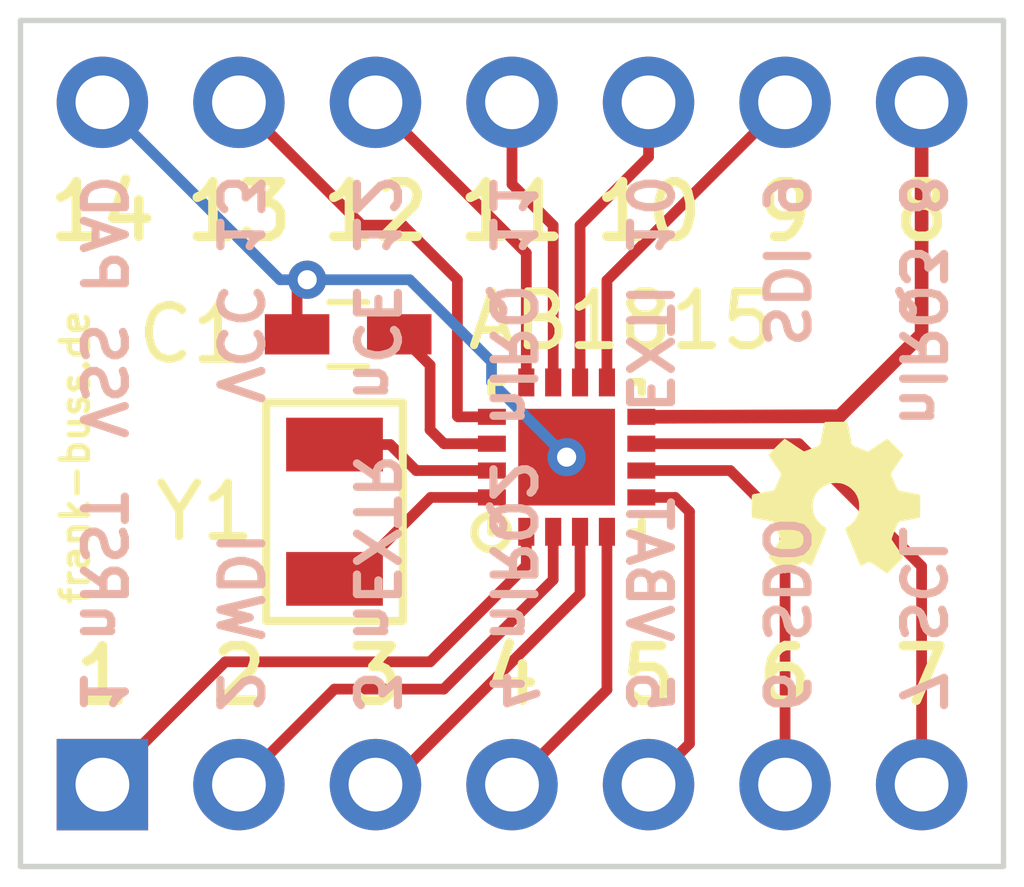
<source format=kicad_pcb>
(kicad_pcb (version 4) (host pcbnew 4.0.6)

  (general
    (links 19)
    (no_connects 0)
    (area 201.625999 150.825999 220.014001 166.674001)
    (thickness 1.6)
    (drawings 33)
    (tracks 63)
    (zones 0)
    (modules 7)
    (nets 18)
  )

  (page A3)
  (layers
    (0 F.Cu signal)
    (31 B.Cu signal)
    (32 B.Adhes user)
    (33 F.Adhes user)
    (34 B.Paste user)
    (35 F.Paste user)
    (36 B.SilkS user)
    (37 F.SilkS user)
    (38 B.Mask user)
    (39 F.Mask user)
    (40 Dwgs.User user)
    (41 Cmts.User user)
    (42 Eco1.User user)
    (43 Eco2.User user)
    (44 Edge.Cuts user)
  )

  (setup
    (last_trace_width 0.2)
    (user_trace_width 0.254)
    (trace_clearance 0.2)
    (zone_clearance 0.508)
    (zone_45_only no)
    (trace_min 0.1778)
    (segment_width 0.2)
    (edge_width 0.1)
    (via_size 0.889)
    (via_drill 0.635)
    (via_min_size 0.7112)
    (via_min_drill 0.3556)
    (user_via 0.7112 0.3556)
    (uvia_size 0.508)
    (uvia_drill 0.127)
    (uvias_allowed no)
    (uvia_min_size 0.508)
    (uvia_min_drill 0.127)
    (pcb_text_width 0.3)
    (pcb_text_size 1.5 1.5)
    (mod_edge_width 0.15)
    (mod_text_size 1 1)
    (mod_text_width 0.15)
    (pad_size 1.7 1.7)
    (pad_drill 1)
    (pad_to_mask_clearance 0)
    (aux_axis_origin 0 0)
    (visible_elements FFFFFFBF)
    (pcbplotparams
      (layerselection 0x00030_80000001)
      (usegerberextensions true)
      (excludeedgelayer true)
      (linewidth 0.150000)
      (plotframeref false)
      (viasonmask false)
      (mode 1)
      (useauxorigin false)
      (hpglpennumber 1)
      (hpglpenspeed 20)
      (hpglpendiameter 15)
      (hpglpenoverlay 2)
      (psnegative false)
      (psa4output false)
      (plotreference true)
      (plotvalue true)
      (plotinvisibletext false)
      (padsonsilk false)
      (subtractmaskfromsilk false)
      (outputformat 1)
      (mirror false)
      (drillshape 1)
      (scaleselection 1)
      (outputdirectory ""))
  )

  (net 0 "")
  (net 1 /nRST)
  (net 2 /WDI)
  (net 3 /nEXTR)
  (net 4 /PSW/nIRQ2)
  (net 5 /nCE)
  (net 6 /FOUT/nIRQ)
  (net 7 /EXTI)
  (net 8 /SDI)
  (net 9 /CLKOUT/nIRQ3)
  (net 10 /SCL)
  (net 11 /SDO)
  (net 12 /VBAT)
  (net 13 /VCC)
  (net 14 "Net-(C1-Pad1)")
  (net 15 "Net-(U1-Pad15)")
  (net 16 "Net-(U1-Pad16)")
  (net 17 GND)

  (net_class Default "This is the default net class."
    (clearance 0.2)
    (trace_width 0.2)
    (via_dia 0.889)
    (via_drill 0.635)
    (uvia_dia 0.508)
    (uvia_drill 0.127)
    (add_net /CLKOUT/nIRQ3)
    (add_net /EXTI)
    (add_net /FOUT/nIRQ)
    (add_net /PSW/nIRQ2)
    (add_net /SCL)
    (add_net /SDI)
    (add_net /SDO)
    (add_net /VBAT)
    (add_net /VCC)
    (add_net /WDI)
    (add_net /nCE)
    (add_net /nEXTR)
    (add_net /nRST)
    (add_net GND)
    (add_net "Net-(C1-Pad1)")
    (add_net "Net-(U1-Pad15)")
    (add_net "Net-(U1-Pad16)")
  )

  (module Pin_Header_Straight_1x07_Pitch2.54mm2 (layer F.Cu) (tedit 58F9855C) (tstamp 58F96AA3)
    (at 203.2 165.1 90)
    (descr "Through hole straight pin header, 1x07, 2.54mm pitch, single row")
    (tags "Through hole pin header THT 1x07 2.54mm single row")
    (path /58F96620)
    (fp_text reference J1 (at -0.254 -3.048 180) (layer F.SilkS) hide
      (effects (font (size 1 1) (thickness 0.15)))
    )
    (fp_text value CONN_01X07 (at -2.921 12.446 180) (layer F.Fab) hide
      (effects (font (size 1 1) (thickness 0.15)))
    )
    (fp_line (start -1.8 -1.8) (end -1.8 17.05) (layer F.CrtYd) (width 0.05))
    (fp_line (start -1.8 17.05) (end 1.8 17.05) (layer F.CrtYd) (width 0.05))
    (fp_line (start 1.8 17.05) (end 1.8 -1.8) (layer F.CrtYd) (width 0.05))
    (fp_line (start 1.8 -1.8) (end -1.8 -1.8) (layer F.CrtYd) (width 0.05))
    (pad 1 thru_hole rect (at 0 0 90) (size 1.7 1.7) (drill 1) (layers *.Cu *.Mask)
      (net 1 /nRST))
    (pad 2 thru_hole oval (at 0 2.54 90) (size 1.7 1.7) (drill 1) (layers *.Cu *.Mask)
      (net 2 /WDI))
    (pad 3 thru_hole oval (at 0 5.08 90) (size 1.7 1.7) (drill 1) (layers *.Cu *.Mask)
      (net 3 /nEXTR))
    (pad 4 thru_hole oval (at 0 7.62 90) (size 1.7 1.7) (drill 1) (layers *.Cu *.Mask)
      (net 4 /PSW/nIRQ2))
    (pad 5 thru_hole oval (at 0 10.16 90) (size 1.7 1.7) (drill 1) (layers *.Cu *.Mask)
      (net 12 /VBAT))
    (pad 6 thru_hole oval (at 0 12.7 90) (size 1.7 1.7) (drill 1) (layers *.Cu *.Mask)
      (net 11 /SDO))
    (pad 7 thru_hole oval (at 0 15.24 90) (size 1.7 1.7) (drill 1) (layers *.Cu *.Mask)
      (net 10 /SCL))
    (model ${KISYS3DMOD}/Pin_Headers.3dshapes/Pin_Header_Straight_1x07_Pitch2.54mm.wrl
      (at (xyz 0 -0.3 0))
      (scale (xyz 1 1 1))
      (rotate (xyz 0 0 90))
    )
  )

  (module Pin_Header_Straight_1x07_Pitch2.54mm (layer F.Cu) (tedit 58F984C3) (tstamp 58F96AAE)
    (at 203.2 152.4 90)
    (descr "Through hole straight pin header, 1x07, 2.54mm pitch, single row")
    (tags "Through hole pin header THT 1x07 2.54mm single row")
    (path /58F96967)
    (fp_text reference J2 (at 0 -3.302 180) (layer F.SilkS) hide
      (effects (font (size 1 1) (thickness 0.15)))
    )
    (fp_text value CONN_01X07 (at 2.794 12.573 180) (layer F.Fab) hide
      (effects (font (size 1 1) (thickness 0.15)))
    )
    (fp_line (start -1.8 -1.8) (end -1.8 17.05) (layer F.CrtYd) (width 0.05))
    (fp_line (start -1.8 17.05) (end 1.8 17.05) (layer F.CrtYd) (width 0.05))
    (fp_line (start 1.8 17.05) (end 1.8 -1.8) (layer F.CrtYd) (width 0.05))
    (fp_line (start 1.8 -1.8) (end -1.8 -1.8) (layer F.CrtYd) (width 0.05))
    (pad 1 thru_hole circle (at 0 0 90) (size 1.7 1.7) (drill 1) (layers *.Cu *.Mask)
      (net 17 GND))
    (pad 2 thru_hole oval (at 0 2.54 90) (size 1.7 1.7) (drill 1) (layers *.Cu *.Mask)
      (net 13 /VCC))
    (pad 3 thru_hole oval (at 0 5.08 90) (size 1.7 1.7) (drill 1) (layers *.Cu *.Mask)
      (net 5 /nCE))
    (pad 4 thru_hole oval (at 0 7.62 90) (size 1.7 1.7) (drill 1) (layers *.Cu *.Mask)
      (net 6 /FOUT/nIRQ))
    (pad 5 thru_hole oval (at 0 10.16 90) (size 1.7 1.7) (drill 1) (layers *.Cu *.Mask)
      (net 7 /EXTI))
    (pad 6 thru_hole oval (at 0 12.7 90) (size 1.7 1.7) (drill 1) (layers *.Cu *.Mask)
      (net 8 /SDI))
    (pad 7 thru_hole oval (at 0 15.24 90) (size 1.7 1.7) (drill 1) (layers *.Cu *.Mask)
      (net 9 /CLKOUT/nIRQ3))
    (model ${KISYS3DMOD}/Pin_Headers.3dshapes/Pin_Header_Straight_1x07_Pitch2.54mm.wrl
      (at (xyz 0 -0.3 0))
      (scale (xyz 1 1 1))
      (rotate (xyz 0 0 90))
    )
  )

  (module Capacitors_SMD:C_0603_HandSoldering (layer F.Cu) (tedit 58F97AC7) (tstamp 58F96A98)
    (at 207.772 156.718 180)
    (descr "Capacitor SMD 0603, hand soldering")
    (tags "capacitor 0603")
    (path /58F96539)
    (attr smd)
    (fp_text reference C1 (at 2.921 0 180) (layer F.SilkS)
      (effects (font (size 1 1) (thickness 0.15)))
    )
    (fp_text value 47pF (at -0.4445 3.8989 180) (layer F.Fab)
      (effects (font (size 1 1) (thickness 0.15)))
    )
    (fp_text user %R (at 0 -1.25 180) (layer F.Fab)
      (effects (font (size 1 1) (thickness 0.15)))
    )
    (fp_line (start -0.8 0.4) (end -0.8 -0.4) (layer F.Fab) (width 0.1))
    (fp_line (start 0.8 0.4) (end -0.8 0.4) (layer F.Fab) (width 0.1))
    (fp_line (start 0.8 -0.4) (end 0.8 0.4) (layer F.Fab) (width 0.1))
    (fp_line (start -0.8 -0.4) (end 0.8 -0.4) (layer F.Fab) (width 0.1))
    (fp_line (start -0.35 -0.6) (end 0.35 -0.6) (layer F.SilkS) (width 0.12))
    (fp_line (start 0.35 0.6) (end -0.35 0.6) (layer F.SilkS) (width 0.12))
    (fp_line (start -1.8 -0.65) (end 1.8 -0.65) (layer F.CrtYd) (width 0.05))
    (fp_line (start -1.8 -0.65) (end -1.8 0.65) (layer F.CrtYd) (width 0.05))
    (fp_line (start 1.8 0.65) (end 1.8 -0.65) (layer F.CrtYd) (width 0.05))
    (fp_line (start 1.8 0.65) (end -1.8 0.65) (layer F.CrtYd) (width 0.05))
    (pad 1 smd rect (at -0.95 0 180) (size 1.2 0.75) (layers F.Cu F.Paste F.Mask)
      (net 14 "Net-(C1-Pad1)"))
    (pad 2 smd rect (at 0.95 0 180) (size 1.2 0.75) (layers F.Cu F.Paste F.Mask)
      (net 17 GND))
    (model Capacitors_SMD.3dshapes/C_0603.wrl
      (at (xyz 0 0 0))
      (scale (xyz 1 1 1))
      (rotate (xyz 0 0 0))
    )
  )

  (module crystal:crystal (layer F.Cu) (tedit 58F97C73) (tstamp 58F96AC9)
    (at 207.518 160.02 90)
    (path /58F96103)
    (fp_text reference Y1 (at 0 -2.413 360) (layer F.SilkS)
      (effects (font (size 1 1) (thickness 0.15)))
    )
    (fp_text value Crystal (at 0 -2.032 90) (layer F.Fab) hide
      (effects (font (size 1 1) (thickness 0.15)))
    )
    (fp_line (start -2.032 -1.27) (end 2.032 -1.27) (layer F.SilkS) (width 0.15))
    (fp_line (start 2.032 -1.27) (end 2.032 1.016) (layer F.SilkS) (width 0.15))
    (fp_line (start 2.032 1.016) (end 2.032 1.27) (layer F.SilkS) (width 0.15))
    (fp_line (start 2.032 1.27) (end -2.032 1.27) (layer F.SilkS) (width 0.15))
    (fp_line (start -2.032 1.27) (end -2.032 -1.27) (layer F.SilkS) (width 0.15))
    (pad 1 smd rect (at -1.25 0 90) (size 1 1.8) (layers F.Cu F.Paste F.Mask)
      (net 16 "Net-(U1-Pad16)"))
    (pad 2 smd rect (at 1.25 0 90) (size 1 1.8) (layers F.Cu F.Paste F.Mask)
      (net 15 "Net-(U1-Pad15)"))
    (model /home/frank/data/projects/nixie-clock/ab18x5-breakout/crystal.wrl
      (at (xyz 0 0 0))
      (scale (xyz 0.393701 0.393701 0.393701))
      (rotate (xyz 0 0 0))
    )
  )

  (module qfn16:qfn16 (layer F.Cu) (tedit 58FAC4D0) (tstamp 58F97149)
    (at 211.836 159.004)
    (path /58F964D3)
    (clearance 0.1)
    (fp_text reference U1 (at 0 -2.5) (layer F.SilkS) hide
      (effects (font (size 1 1) (thickness 0.15)))
    )
    (fp_text value AB1815 (at 1.016 -2.54) (layer F.SilkS)
      (effects (font (size 1 1) (thickness 0.15)))
    )
    (fp_circle (center -1.4 1.4) (end -1.1 1.5) (layer F.SilkS) (width 0.15))
    (fp_line (start -1.2 1.4) (end -1.4 1.4) (layer F.SilkS) (width 0.15))
    (fp_line (start -1.4 1.4) (end -1.4 1.2) (layer F.SilkS) (width 0.15))
    (fp_line (start 1.4 1.2) (end 1.4 1.4) (layer F.SilkS) (width 0.15))
    (fp_line (start 1.4 1.4) (end 1.2 1.4) (layer F.SilkS) (width 0.15))
    (fp_line (start 1.2 -1.4) (end 1.4 -1.4) (layer F.SilkS) (width 0.15))
    (fp_line (start 1.4 -1.4) (end 1.4 -1.2) (layer F.SilkS) (width 0.15))
    (fp_line (start -1.4 -1.2) (end -1.4 -1.4) (layer F.SilkS) (width 0.15))
    (fp_line (start -1.4 -1.4) (end -1.2 -1.4) (layer F.SilkS) (width 0.15))
    (pad 1 smd rect (at -0.75 1.39 180) (size 0.3 0.52) (layers F.Cu F.Paste F.Mask)
      (net 1 /nRST))
    (pad 2 smd rect (at -0.25 1.39 180) (size 0.3 0.52) (layers F.Cu F.Paste F.Mask)
      (net 2 /WDI))
    (pad 3 smd rect (at 0.25 1.39 180) (size 0.3 0.52) (layers F.Cu F.Paste F.Mask)
      (net 3 /nEXTR))
    (pad 4 smd rect (at 0.75 1.39 180) (size 0.3 0.52) (layers F.Cu F.Paste F.Mask)
      (net 4 /PSW/nIRQ2))
    (pad 12 smd rect (at -0.75 -1.39 180) (size 0.3 0.52) (layers F.Cu F.Paste F.Mask)
      (net 5 /nCE))
    (pad 11 smd rect (at -0.25 -1.39 180) (size 0.3 0.52) (layers F.Cu F.Paste F.Mask)
      (net 6 /FOUT/nIRQ))
    (pad 10 smd rect (at 0.25 -1.39 180) (size 0.3 0.52) (layers F.Cu F.Paste F.Mask)
      (net 7 /EXTI))
    (pad 9 smd rect (at 0.75 -1.39 180) (size 0.3 0.52) (layers F.Cu F.Paste F.Mask)
      (net 8 /SDI))
    (pad 8 smd rect (at 1.39 -0.75 180) (size 0.52 0.3) (layers F.Cu F.Paste F.Mask)
      (net 9 /CLKOUT/nIRQ3))
    (pad 7 smd rect (at 1.39 -0.25 180) (size 0.52 0.3) (layers F.Cu F.Paste F.Mask)
      (net 10 /SCL))
    (pad 6 smd rect (at 1.39 0.25 180) (size 0.52 0.3) (layers F.Cu F.Paste F.Mask)
      (net 11 /SDO))
    (pad 5 smd rect (at 1.39 0.75 180) (size 0.52 0.3) (layers F.Cu F.Paste F.Mask)
      (net 12 /VBAT))
    (pad 13 smd rect (at -1.39 -0.75 180) (size 0.52 0.3) (layers F.Cu F.Paste F.Mask)
      (net 13 /VCC))
    (pad 14 smd rect (at -1.39 -0.25 180) (size 0.52 0.3) (layers F.Cu F.Paste F.Mask)
      (net 14 "Net-(C1-Pad1)"))
    (pad 15 smd rect (at -1.39 0.25 180) (size 0.52 0.3) (layers F.Cu F.Paste F.Mask)
      (net 15 "Net-(U1-Pad15)"))
    (pad 16 smd rect (at -1.39 0.75 180) (size 0.52 0.3) (layers F.Cu F.Paste F.Mask)
      (net 16 "Net-(U1-Pad16)"))
    (pad PAD smd rect (at 0 0 180) (size 1.8 1.8) (layers F.Cu F.Paste F.Mask)
      (net 17 GND))
    (model /home/frank/data/projects/nixie-clock/ab18x5-breakout/ab18x5-package.wrl
      (at (xyz 0 0 0))
      (scale (xyz 0.393701 0.393701 0.393701))
      (rotate (xyz 0 0 0))
    )
  )

  (module qfn16:via (layer F.Cu) (tedit 58F9818A) (tstamp 58F980CD)
    (at 211.836 159.004)
    (fp_text reference REF** (at 0 1.778) (layer F.SilkS) hide
      (effects (font (size 1 1) (thickness 0.15)))
    )
    (fp_text value via (at 0 -1.778) (layer F.Fab) hide
      (effects (font (size 1 1) (thickness 0.15)))
    )
    (pad 1 thru_hole circle (at 0 0) (size 0.7112 0.7112) (drill 0.3556) (layers *.Cu)
      (net 17 GND) (zone_connect 2))
  )

  (module ab18x5-breakout:oshw (layer F.Cu) (tedit 58FAC454) (tstamp 590A6C13)
    (at 216.916 159.766)
    (fp_text reference G*** (at 0 -2.54) (layer F.SilkS) hide
      (effects (font (thickness 0.3)))
    )
    (fp_text value LOGO (at 0.508 2.54) (layer F.SilkS) hide
      (effects (font (thickness 0.3)))
    )
    (fp_poly (pts (xy -0.031892 -1.41469) (xy 0.014042 -1.414294) (xy 0.055853 -1.413623) (xy 0.09121 -1.41268)
      (xy 0.117785 -1.411466) (xy 0.133249 -1.409983) (xy 0.135983 -1.409216) (xy 0.140436 -1.400078)
      (xy 0.146896 -1.377663) (xy 0.15514 -1.343035) (xy 0.164946 -1.297259) (xy 0.176093 -1.2414)
      (xy 0.188358 -1.176522) (xy 0.20152 -1.10369) (xy 0.211007 -1.049366) (xy 0.217622 -1.016956)
      (xy 0.225425 -0.995477) (xy 0.236546 -0.981375) (xy 0.253115 -0.971098) (xy 0.259705 -0.968127)
      (xy 0.291735 -0.954618) (xy 0.328746 -0.939386) (xy 0.368333 -0.923375) (xy 0.408094 -0.907531)
      (xy 0.445624 -0.8928) (xy 0.478521 -0.880129) (xy 0.504381 -0.870463) (xy 0.5208 -0.864748)
      (xy 0.525291 -0.863601) (xy 0.533331 -0.867557) (xy 0.551702 -0.878731) (xy 0.578802 -0.896081)
      (xy 0.613029 -0.918562) (xy 0.652779 -0.945132) (xy 0.69645 -0.974748) (xy 0.703717 -0.979715)
      (xy 0.748024 -1.00976) (xy 0.788839 -1.036918) (xy 0.824524 -1.060142) (xy 0.853446 -1.078383)
      (xy 0.873969 -1.090596) (xy 0.884457 -1.095733) (xy 0.885071 -1.095829) (xy 0.893048 -1.090859)
      (xy 0.909753 -1.076827) (xy 0.933769 -1.05505) (xy 0.963677 -1.026845) (xy 0.998061 -0.99353)
      (xy 1.035504 -0.956421) (xy 1.040479 -0.95143) (xy 1.082961 -0.908606) (xy 1.116111 -0.874749)
      (xy 1.140957 -0.84866) (xy 1.158527 -0.829141) (xy 1.169848 -0.814993) (xy 1.175948 -0.805016)
      (xy 1.177855 -0.798013) (xy 1.176597 -0.792785) (xy 1.176557 -0.792709) (xy 1.170492 -0.783043)
      (xy 1.15735 -0.763182) (xy 1.138308 -0.73487) (xy 1.114545 -0.699848) (xy 1.087239 -0.659861)
      (xy 1.059789 -0.619881) (xy 1.030619 -0.577023) (xy 1.004391 -0.537569) (xy 0.982194 -0.503232)
      (xy 0.96512 -0.475729) (xy 0.954258 -0.456773) (xy 0.950686 -0.448259) (xy 0.953472 -0.437941)
      (xy 0.961265 -0.416487) (xy 0.973216 -0.38604) (xy 0.988474 -0.348745) (xy 1.006192 -0.306745)
      (xy 1.013075 -0.290733) (xy 1.033866 -0.242375) (xy 1.050161 -0.205414) (xy 1.063652 -0.178119)
      (xy 1.076029 -0.158759) (xy 1.088985 -0.145601) (xy 1.10421 -0.136914) (xy 1.123396 -0.130966)
      (xy 1.148235 -0.126025) (xy 1.179286 -0.120565) (xy 1.213251 -0.114332) (xy 1.255727 -0.106398)
      (xy 1.300978 -0.097838) (xy 1.338412 -0.090669) (xy 1.3749 -0.083859) (xy 1.407376 -0.07822)
      (xy 1.432582 -0.074288) (xy 1.447264 -0.072599) (xy 1.44828 -0.072572) (xy 1.46607 -0.068046)
      (xy 1.479842 -0.059872) (xy 1.484383 -0.055765) (xy 1.487918 -0.05064) (xy 1.490553 -0.042813)
      (xy 1.492392 -0.030599) (xy 1.493543 -0.012314) (xy 1.494108 0.013726) (xy 1.494195 0.049206)
      (xy 1.493909 0.09581) (xy 1.493354 0.155223) (xy 1.493346 0.156028) (xy 1.491343 0.359228)
      (xy 1.455058 0.36831) (xy 1.425248 0.37515) (xy 1.391995 0.381905) (xy 1.378858 0.3843)
      (xy 1.35202 0.389041) (xy 1.317669 0.395241) (xy 1.282553 0.40168) (xy 1.277258 0.402662)
      (xy 1.238902 0.409732) (xy 1.196663 0.417438) (xy 1.159427 0.42416) (xy 1.158088 0.4244)
      (xy 1.124056 0.431999) (xy 1.099577 0.440625) (xy 1.088605 0.447756) (xy 1.082493 0.458143)
      (xy 1.072089 0.479915) (xy 1.058337 0.51092) (xy 1.04218 0.549006) (xy 1.024563 0.592022)
      (xy 1.016898 0.611187) (xy 0.997306 0.660889) (xy 0.982725 0.698977) (xy 0.972607 0.727245)
      (xy 0.966403 0.747485) (xy 0.963565 0.761492) (xy 0.963544 0.771059) (xy 0.965792 0.777979)
      (xy 0.965856 0.778101) (xy 0.972275 0.788561) (xy 0.985686 0.809111) (xy 1.004844 0.837891)
      (xy 1.028504 0.87304) (xy 1.055423 0.912697) (xy 1.075497 0.942083) (xy 1.103581 0.983236)
      (xy 1.128934 1.020674) (xy 1.150393 1.052655) (xy 1.166794 1.077441) (xy 1.176976 1.093289)
      (xy 1.179817 1.098222) (xy 1.175724 1.105379) (xy 1.162515 1.121322) (xy 1.14145 1.144689)
      (xy 1.113791 1.174122) (xy 1.0808 1.208257) (xy 1.043737 1.245736) (xy 1.035017 1.254439)
      (xy 0.991314 1.297784) (xy 0.956603 1.331742) (xy 0.929732 1.35731) (xy 0.909553 1.375486)
      (xy 0.894914 1.387268) (xy 0.884668 1.393652) (xy 0.877662 1.395637) (xy 0.873422 1.394623)
      (xy 0.863883 1.388597) (xy 0.844202 1.375542) (xy 0.816181 1.356673) (xy 0.781622 1.33321)
      (xy 0.742327 1.306368) (xy 0.71135 1.285109) (xy 0.669915 1.256935) (xy 0.631973 1.231734)
      (xy 0.599287 1.210632) (xy 0.573623 1.194753) (xy 0.556747 1.185221) (xy 0.550892 1.182914)
      (xy 0.540024 1.186268) (xy 0.519634 1.19536) (xy 0.492806 1.208735) (xy 0.467394 1.222301)
      (xy 0.434432 1.239513) (xy 0.408923 1.250979) (xy 0.392712 1.255929) (xy 0.388176 1.255418)
      (xy 0.381062 1.244929) (xy 0.372842 1.226728) (xy 0.370903 1.221473) (xy 0.36181 1.197008)
      (xy 0.352531 1.174084) (xy 0.351639 1.172028) (xy 0.346465 1.159845) (xy 0.336555 1.136161)
      (xy 0.322706 1.102894) (xy 0.305715 1.06196) (xy 0.286378 1.015277) (xy 0.265493 0.964762)
      (xy 0.261177 0.954314) (xy 0.23832 0.898989) (xy 0.215272 0.843249) (xy 0.193186 0.789879)
      (xy 0.173215 0.741665) (xy 0.156512 0.701391) (xy 0.144561 0.672636) (xy 0.126571 0.627844)
      (xy 0.114986 0.595018) (xy 0.109558 0.573222) (xy 0.11004 0.561521) (xy 0.114456 0.5588)
      (xy 0.122479 0.554731) (xy 0.138886 0.544007) (xy 0.160581 0.528851) (xy 0.184466 0.511485)
      (xy 0.207443 0.494134) (xy 0.226415 0.479018) (xy 0.230818 0.47529) (xy 0.24882 0.456873)
      (xy 0.27071 0.430391) (xy 0.293071 0.400321) (xy 0.312481 0.371137) (xy 0.319454 0.359284)
      (xy 0.34563 0.298815) (xy 0.36239 0.229529) (xy 0.368137 0.176933) (xy 0.365909 0.097239)
      (xy 0.350316 0.021644) (xy 0.322214 -0.048654) (xy 0.282461 -0.112455) (xy 0.231913 -0.168562)
      (xy 0.171426 -0.215775) (xy 0.101857 -0.252897) (xy 0.046862 -0.272633) (xy 0.005621 -0.280864)
      (xy -0.043916 -0.284935) (xy -0.09614 -0.284848) (xy -0.145442 -0.280602) (xy -0.184747 -0.272633)
      (xy -0.260178 -0.243534) (xy -0.326837 -0.203709) (xy -0.384067 -0.154464) (xy -0.431213 -0.097108)
      (xy -0.467618 -0.032947) (xy -0.492625 0.036712) (xy -0.505577 0.110562) (xy -0.505819 0.187295)
      (xy -0.492693 0.265604) (xy -0.478399 0.312057) (xy -0.458679 0.35516) (xy -0.431109 0.400255)
      (xy -0.399228 0.442248) (xy -0.366573 0.476048) (xy -0.361374 0.480469) (xy -0.33564 0.501016)
      (xy -0.309296 0.521073) (xy -0.28511 0.538648) (xy -0.26585 0.551745) (xy -0.254282 0.558371)
      (xy -0.252689 0.5588) (xy -0.247675 0.564817) (xy -0.246742 0.571768) (xy -0.249602 0.58338)
      (xy -0.258005 0.607638) (xy -0.271691 0.643883) (xy -0.290398 0.69146) (xy -0.313865 0.74971)
      (xy -0.341829 0.817977) (xy -0.37403 0.895603) (xy -0.406219 0.972457) (xy -0.425797 1.019239)
      (xy -0.445528 1.066794) (xy -0.463922 1.111498) (xy -0.479488 1.149728) (xy -0.489866 1.175657)
      (xy -0.501988 1.205563) (xy -0.512819 1.230783) (xy -0.520889 1.247973) (xy -0.523971 1.253273)
      (xy -0.531051 1.255612) (xy -0.545315 1.251927) (xy -0.568586 1.241575) (xy -0.593829 1.228636)
      (xy -0.621499 1.213744) (xy -0.644508 1.200899) (xy -0.65968 1.191897) (xy -0.663665 1.18912)
      (xy -0.672917 1.184189) (xy -0.685535 1.18448) (xy -0.703132 1.190736) (xy -0.727319 1.2037)
      (xy -0.759707 1.224114) (xy -0.801907 1.252719) (xy -0.802253 1.252958) (xy -0.851436 1.286866)
      (xy -0.897248 1.318235) (xy -0.938025 1.345942) (xy -0.972107 1.368862) (xy -0.997831 1.385873)
      (xy -1.013534 1.395851) (xy -1.014778 1.396587) (xy -1.022286 1.394233) (xy -1.037885 1.38276)
      (xy -1.061955 1.361829) (xy -1.094878 1.331101) (xy -1.137033 1.290235) (xy -1.165896 1.261722)
      (xy -1.203335 1.224353) (xy -1.237519 1.189879) (xy -1.267044 1.159746) (xy -1.290506 1.135398)
      (xy -1.306501 1.118278) (xy -1.313625 1.109832) (xy -1.313718 1.109673) (xy -1.313644 1.102657)
      (xy -1.308253 1.089475) (xy -1.296893 1.069038) (xy -1.278912 1.040256) (xy -1.253659 1.002038)
      (xy -1.220481 0.953294) (xy -1.218227 0.950016) (xy -1.189459 0.907997) (xy -1.162968 0.868941)
      (xy -1.140025 0.834756) (xy -1.121907 0.807349) (xy -1.109888 0.788627) (xy -1.105782 0.781705)
      (xy -1.102589 0.774512) (xy -1.101166 0.766565) (xy -1.102052 0.755985) (xy -1.105786 0.740893)
      (xy -1.112906 0.71941) (xy -1.123952 0.689657) (xy -1.139463 0.649757) (xy -1.154698 0.611163)
      (xy -1.172601 0.566701) (xy -1.18946 0.526261) (xy -1.204332 0.491996) (xy -1.216272 0.466061)
      (xy -1.224336 0.450608) (xy -1.226345 0.447756) (xy -1.241046 0.439028) (xy -1.267395 0.430548)
      (xy -1.295973 0.4244) (xy -1.332799 0.417756) (xy -1.375005 0.410058) (xy -1.413707 0.402928)
      (xy -1.415142 0.402662) (xy -1.449748 0.396299) (xy -1.484681 0.389977) (xy -1.513191 0.384917)
      (xy -1.516742 0.3843) (xy -1.547999 0.378326) (xy -1.5807 0.371241) (xy -1.592942 0.36831)
      (xy -1.629228 0.359228) (xy -1.631231 0.156028) (xy -1.631788 0.09645) (xy -1.632079 0.049701)
      (xy -1.631997 0.014096) (xy -1.631438 -0.012049) (xy -1.630295 -0.030417) (xy -1.628464 -0.042694)
      (xy -1.62584 -0.050565) (xy -1.622316 -0.055712) (xy -1.617788 -0.059822) (xy -1.617727 -0.059872)
      (xy -1.60016 -0.069573) (xy -1.586165 -0.072572) (xy -1.57319 -0.073909) (xy -1.54924 -0.077564)
      (xy -1.517573 -0.083) (xy -1.481445 -0.08968) (xy -1.476297 -0.090669) (xy -1.433333 -0.098878)
      (xy -1.388116 -0.107387) (xy -1.34638 -0.115124) (xy -1.317171 -0.120426) (xy -1.276636 -0.127941)
      (xy -1.247461 -0.135146) (xy -1.226721 -0.144308) (xy -1.211492 -0.157694) (xy -1.19885 -0.177571)
      (xy -1.18587 -0.206204) (xy -1.176245 -0.229658) (xy -1.159923 -0.268985) (xy -1.141991 -0.310971)
      (xy -1.125106 -0.349444) (xy -1.116374 -0.36873) (xy -1.103926 -0.397545) (xy -1.094358 -0.423152)
      (xy -1.089125 -0.4415) (xy -1.088571 -0.44609) (xy -1.092613 -0.458437) (xy -1.103651 -0.479596)
      (xy -1.120054 -0.506704) (xy -1.140189 -0.536903) (xy -1.141185 -0.538329) (xy -1.17297 -0.58393)
      (xy -1.204584 -0.629624) (xy -1.234613 -0.673334) (xy -1.261638 -0.712986) (xy -1.284245 -0.746501)
      (xy -1.301015 -0.771805) (xy -1.309036 -0.784347) (xy -1.322673 -0.806463) (xy -1.178647 -0.951146)
      (xy -1.140855 -0.988692) (xy -1.105913 -1.022614) (xy -1.07524 -1.051596) (xy -1.050257 -1.074322)
      (xy -1.032386 -1.089474) (xy -1.023046 -1.095736) (xy -1.022519 -1.095829) (xy -1.013592 -1.091851)
      (xy -0.994403 -1.080617) (xy -0.966594 -1.063179) (xy -0.931807 -1.040589) (xy -0.891681 -1.013898)
      (xy -0.847857 -0.98416) (xy -0.841377 -0.979715) (xy -0.797327 -0.949667) (xy -0.756923 -0.922507)
      (xy -0.721772 -0.899282) (xy -0.693479 -0.88104) (xy -0.67365 -0.868829) (xy -0.663889 -0.863695)
      (xy -0.663389 -0.8636) (xy -0.654419 -0.866204) (xy -0.634425 -0.873385) (xy -0.605805 -0.8842)
      (xy -0.570958 -0.897707) (xy -0.532282 -0.912961) (xy -0.492176 -0.92902) (xy -0.453038 -0.944941)
      (xy -0.417268 -0.959779) (xy -0.39759 -0.968127) (xy -0.378574 -0.978629) (xy -0.365479 -0.990051)
      (xy -0.363929 -0.992403) (xy -0.359982 -1.004362) (xy -0.354339 -1.027222) (xy -0.347783 -1.057583)
      (xy -0.341741 -1.088572) (xy -0.326611 -1.169538) (xy -0.313731 -1.237075) (xy -0.302913 -1.292066)
      (xy -0.293968 -1.33539) (xy -0.286709 -1.367927) (xy -0.280948 -1.390558) (xy -0.276496 -1.404163)
      (xy -0.273222 -1.409589) (xy -0.263646 -1.411176) (xy -0.241887 -1.412474) (xy -0.210276 -1.413484)
      (xy -0.171141 -1.414208) (xy -0.126813 -1.414649) (xy -0.07962 -1.414809) (xy -0.031892 -1.41469)) (layer F.SilkS) (width 0.01))
  )

  (gr_text frank-buss.de (at 202.692 159.004 90) (layer F.SilkS)
    (effects (font (size 0.508 0.508) (thickness 0.1016)))
  )
  (gr_text "VSS PAD" (at 203.2 153.67 270) (layer B.SilkS)
    (effects (font (size 0.762 0.762) (thickness 0.1524)) (justify right mirror))
  )
  (gr_text "VCC 13" (at 205.74 153.67 270) (layer B.SilkS)
    (effects (font (size 0.762 0.762) (thickness 0.1524)) (justify right mirror))
  )
  (gr_text "nCE 12" (at 208.28 153.67 270) (layer B.SilkS)
    (effects (font (size 0.762 0.762) (thickness 0.1524)) (justify right mirror))
  )
  (gr_text "nIRQ 11" (at 210.82 153.67 270) (layer B.SilkS)
    (effects (font (size 0.762 0.762) (thickness 0.1524)) (justify right mirror))
  )
  (gr_text "EXTI 10" (at 213.36 153.67 270) (layer B.SilkS)
    (effects (font (size 0.762 0.762) (thickness 0.1524)) (justify right mirror))
  )
  (gr_text "SDI 9" (at 215.9 153.67 270) (layer B.SilkS)
    (effects (font (size 0.762 0.762) (thickness 0.1524)) (justify right mirror))
  )
  (gr_text "nIRQ3 8" (at 218.44 153.67 270) (layer B.SilkS)
    (effects (font (size 0.762 0.762) (thickness 0.1524)) (justify right mirror))
  )
  (gr_text "7 SCL" (at 218.44 163.83 270) (layer B.SilkS)
    (effects (font (size 0.762 0.762) (thickness 0.1524)) (justify left mirror))
  )
  (gr_text "6 SDO" (at 215.9 163.83 270) (layer B.SilkS)
    (effects (font (size 0.762 0.762) (thickness 0.1524)) (justify left mirror))
  )
  (gr_text "5 VBAT" (at 213.36 163.83 270) (layer B.SilkS)
    (effects (font (size 0.762 0.762) (thickness 0.1524)) (justify left mirror))
  )
  (gr_text "4 nIRQ2" (at 210.82 163.83 270) (layer B.SilkS)
    (effects (font (size 0.762 0.762) (thickness 0.1524)) (justify left mirror))
  )
  (gr_text "3 nEXTR" (at 208.28 163.83 270) (layer B.SilkS)
    (effects (font (size 0.762 0.762) (thickness 0.1524)) (justify left mirror))
  )
  (gr_text "2 WDI" (at 205.74 163.83 270) (layer B.SilkS)
    (effects (font (size 0.762 0.762) (thickness 0.1524)) (justify left mirror))
  )
  (gr_text "1 nRST" (at 203.2 163.83 270) (layer B.SilkS)
    (effects (font (size 0.762 0.762) (thickness 0.1524)) (justify left mirror))
  )
  (gr_text 14 (at 203.2 154.432) (layer F.SilkS)
    (effects (font (size 1.016 1.016) (thickness 0.1778)))
  )
  (gr_text 13 (at 205.74 154.432) (layer F.SilkS)
    (effects (font (size 1.016 1.016) (thickness 0.1778)))
  )
  (gr_text 12 (at 208.28 154.432) (layer F.SilkS)
    (effects (font (size 1.016 1.016) (thickness 0.1778)))
  )
  (gr_text 11 (at 210.82 154.432) (layer F.SilkS)
    (effects (font (size 1.016 1.016) (thickness 0.1778)))
  )
  (gr_text 10 (at 213.36 154.432) (layer F.SilkS)
    (effects (font (size 1.016 1.016) (thickness 0.1778)))
  )
  (gr_text 9 (at 215.9 154.432) (layer F.SilkS)
    (effects (font (size 1.016 1.016) (thickness 0.1778)))
  )
  (gr_text 8 (at 218.44 154.432) (layer F.SilkS)
    (effects (font (size 1.016 1.016) (thickness 0.1778)))
  )
  (gr_text 7 (at 218.44 163.068) (layer F.SilkS)
    (effects (font (size 1.016 1.016) (thickness 0.1778)))
  )
  (gr_text 6 (at 215.9 163.068) (layer F.SilkS)
    (effects (font (size 1.016 1.016) (thickness 0.1778)))
  )
  (gr_text 5 (at 213.36 163.068) (layer F.SilkS)
    (effects (font (size 1.016 1.016) (thickness 0.1778)))
  )
  (gr_text 4 (at 210.82 163.068) (layer F.SilkS)
    (effects (font (size 1.016 1.016) (thickness 0.1778)))
  )
  (gr_text 3 (at 208.28 163.068) (layer F.SilkS)
    (effects (font (size 1.016 1.016) (thickness 0.1778)))
  )
  (gr_text 2 (at 205.74 163.068) (layer F.SilkS)
    (effects (font (size 1.016 1.016) (thickness 0.1778)))
  )
  (gr_line (start 201.676 166.624) (end 219.964 166.624) (angle 90) (layer Edge.Cuts) (width 0.1))
  (gr_line (start 201.676 150.876) (end 201.676 166.624) (angle 90) (layer Edge.Cuts) (width 0.1))
  (gr_line (start 219.964 150.876) (end 201.676 150.876) (angle 90) (layer Edge.Cuts) (width 0.1))
  (gr_line (start 219.964 166.624) (end 219.964 150.876) (angle 90) (layer Edge.Cuts) (width 0.1))
  (gr_text 1 (at 203.2 163.068) (layer F.SilkS)
    (effects (font (size 1.016 1.016) (thickness 0.1778)))
  )

  (segment (start 211.086 160.394) (end 211.086 161.024) (width 0.2) (layer F.Cu) (net 1))
  (segment (start 205.486 162.814) (end 203.2 165.1) (width 0.2) (layer F.Cu) (net 1) (tstamp 58F97516))
  (segment (start 209.296 162.814) (end 205.486 162.814) (width 0.2) (layer F.Cu) (net 1) (tstamp 58F97513))
  (segment (start 211.086 161.024) (end 209.296 162.814) (width 0.2) (layer F.Cu) (net 1) (tstamp 58F9750E))
  (segment (start 211.586 160.394) (end 211.586 161.286) (width 0.2) (layer F.Cu) (net 2))
  (segment (start 207.518 163.322) (end 205.74 165.1) (width 0.2) (layer F.Cu) (net 2) (tstamp 58F97525))
  (segment (start 209.55 163.322) (end 207.518 163.322) (width 0.2) (layer F.Cu) (net 2) (tstamp 58F97522))
  (segment (start 211.586 161.286) (end 209.55 163.322) (width 0.2) (layer F.Cu) (net 2) (tstamp 58F9751D))
  (segment (start 212.086 160.394) (end 212.086 161.548) (width 0.2) (layer F.Cu) (net 3))
  (segment (start 212.086 161.548) (end 208.534 165.1) (width 0.2) (layer F.Cu) (net 3) (tstamp 58F97529))
  (segment (start 208.534 165.1) (end 208.28 165.1) (width 0.2) (layer F.Cu) (net 3) (tstamp 58F97530))
  (segment (start 212.586 160.394) (end 212.586 163.334) (width 0.2) (layer F.Cu) (net 4))
  (segment (start 212.586 163.334) (end 210.82 165.1) (width 0.2) (layer F.Cu) (net 4) (tstamp 58F97534))
  (segment (start 211.086 157.614) (end 211.086 155.206) (width 0.2) (layer F.Cu) (net 5))
  (segment (start 211.086 155.206) (end 208.28 152.4) (width 0.2) (layer F.Cu) (net 5) (tstamp 58F974C5))
  (segment (start 211.586 157.614) (end 211.586 154.69) (width 0.2) (layer F.Cu) (net 6))
  (segment (start 210.82 153.924) (end 210.82 152.4) (width 0.2) (layer F.Cu) (net 6) (tstamp 58F974C2))
  (segment (start 211.586 154.69) (end 210.82 153.924) (width 0.2) (layer F.Cu) (net 6) (tstamp 58F974C1))
  (segment (start 212.086 157.614) (end 212.086 154.69) (width 0.2) (layer F.Cu) (net 7))
  (segment (start 213.36 153.416) (end 213.36 152.4) (width 0.2) (layer F.Cu) (net 7) (tstamp 58F974BD))
  (segment (start 212.086 154.69) (end 213.36 153.416) (width 0.2) (layer F.Cu) (net 7) (tstamp 58F974BA))
  (segment (start 212.586 157.614) (end 212.586 155.714) (width 0.2) (layer F.Cu) (net 8))
  (segment (start 212.586 155.714) (end 215.9 152.4) (width 0.2) (layer F.Cu) (net 8) (tstamp 58F97592))
  (segment (start 217.424 157.734) (end 216.916 158.242) (width 0.254) (layer F.Cu) (net 9))
  (segment (start 218.44 156.718) (end 217.424 157.734) (width 0.254) (layer F.Cu) (net 9) (tstamp 58F9739D))
  (segment (start 218.44 152.4) (end 218.44 156.718) (width 0.254) (layer F.Cu) (net 9))
  (segment (start 216.916 158.242) (end 213.226 158.254) (width 0.254) (layer F.Cu) (net 9) (tstamp 58F973BC))
  (segment (start 213.226 158.754) (end 216.158 158.754) (width 0.2) (layer F.Cu) (net 10))
  (segment (start 218.44 161.036) (end 218.44 165.1) (width 0.2) (layer F.Cu) (net 10) (tstamp 58F9754E))
  (segment (start 216.158 158.754) (end 218.44 161.036) (width 0.2) (layer F.Cu) (net 10) (tstamp 58F9754C))
  (segment (start 213.226 159.254) (end 214.88 159.254) (width 0.2) (layer F.Cu) (net 11))
  (segment (start 215.9 160.274) (end 215.9 165.1) (width 0.2) (layer F.Cu) (net 11) (tstamp 58F97548))
  (segment (start 214.88 159.254) (end 215.9 160.274) (width 0.2) (layer F.Cu) (net 11) (tstamp 58F97542))
  (segment (start 213.226 159.754) (end 213.856 159.754) (width 0.2) (layer F.Cu) (net 12))
  (segment (start 214.122 164.338) (end 213.36 165.1) (width 0.2) (layer F.Cu) (net 12) (tstamp 58F97585))
  (segment (start 214.122 160.02) (end 214.122 164.338) (width 0.2) (layer F.Cu) (net 12) (tstamp 58F97582))
  (segment (start 213.856 159.754) (end 214.122 160.02) (width 0.2) (layer F.Cu) (net 12) (tstamp 58F9757E))
  (segment (start 213.226 164.966) (end 213.36 165.1) (width 0.2) (layer F.Cu) (net 12) (tstamp 58F9753A))
  (segment (start 210.446 158.254) (end 209.816 158.254) (width 0.2) (layer F.Cu) (net 13))
  (segment (start 208.026 154.686) (end 205.74 152.4) (width 0.2) (layer F.Cu) (net 13) (tstamp 58F975AA))
  (segment (start 208.788 154.686) (end 208.026 154.686) (width 0.2) (layer F.Cu) (net 13) (tstamp 58F975A6))
  (segment (start 209.804 155.702) (end 208.788 154.686) (width 0.2) (layer F.Cu) (net 13) (tstamp 58F975A3))
  (segment (start 209.804 158.242) (end 209.804 155.702) (width 0.2) (layer F.Cu) (net 13) (tstamp 58F9759E))
  (segment (start 209.816 158.254) (end 209.804 158.242) (width 0.2) (layer F.Cu) (net 13) (tstamp 58F9759C))
  (segment (start 210.446 158.754) (end 209.554 158.754) (width 0.2) (layer F.Cu) (net 14))
  (segment (start 209.296 157.292) (end 208.722 156.718) (width 0.2) (layer F.Cu) (net 14) (tstamp 58F974E3))
  (segment (start 209.296 158.496) (end 209.296 157.292) (width 0.2) (layer F.Cu) (net 14) (tstamp 58F974DF))
  (segment (start 209.554 158.754) (end 209.296 158.496) (width 0.2) (layer F.Cu) (net 14) (tstamp 58F974DA))
  (segment (start 210.446 159.254) (end 209.038 159.254) (width 0.2) (layer F.Cu) (net 15))
  (segment (start 208.554 158.77) (end 207.518 158.77) (width 0.2) (layer F.Cu) (net 15) (tstamp 58F974EB))
  (segment (start 209.038 159.254) (end 208.554 158.77) (width 0.2) (layer F.Cu) (net 15) (tstamp 58F974E7))
  (segment (start 210.446 159.754) (end 209.308 159.754) (width 0.2) (layer F.Cu) (net 16))
  (segment (start 209.308 159.754) (end 207.792 161.27) (width 0.2) (layer F.Cu) (net 16) (tstamp 58F974F0))
  (segment (start 207.792 161.27) (end 207.518 161.27) (width 0.2) (layer F.Cu) (net 16) (tstamp 58F974F6))
  (segment (start 207.01 155.702) (end 206.502 155.702) (width 0.2) (layer B.Cu) (net 17))
  (segment (start 206.502 155.702) (end 203.2 152.4) (width 0.2) (layer B.Cu) (net 17) (tstamp 58F97BBE))
  (segment (start 207.01 155.702) (end 208.915 155.702) (width 0.2) (layer B.Cu) (net 17) (tstamp 58F97BB6))
  (segment (start 210.439 157.226) (end 208.915 155.702) (width 0.2) (layer B.Cu) (net 17) (tstamp 58F97BB5))
  (segment (start 210.439 157.607) (end 210.439 157.226) (width 0.2) (layer B.Cu) (net 17) (tstamp 58F97BB4))
  (segment (start 210.439 157.607) (end 211.836 159.004) (width 0.2) (layer B.Cu) (net 17) (tstamp 58F97BB3))
  (via (at 207.01 155.702) (size 0.7112) (drill 0.3556) (layers F.Cu B.Cu) (net 17))
  (segment (start 206.822 156.718) (end 206.822 155.89) (width 0.2) (layer F.Cu) (net 17))
  (segment (start 206.822 155.89) (end 207.01 155.702) (width 0.2) (layer F.Cu) (net 17) (tstamp 58F97606))

  (zone (net 17) (net_name GND) (layer B.Cu) (tstamp 58F97BE5) (hatch edge 0.508)
    (connect_pads (clearance 0.508))
    (min_thickness 0.254)
    (fill (arc_segments 16) (thermal_gap 0.508) (thermal_bridge_width 0.508))
    (polygon
      (pts
        (xy 220.345 167.005) (xy 201.295 167.005) (xy 201.295 150.495) (xy 220.345 150.495)
      )
    )
  )
)

</source>
